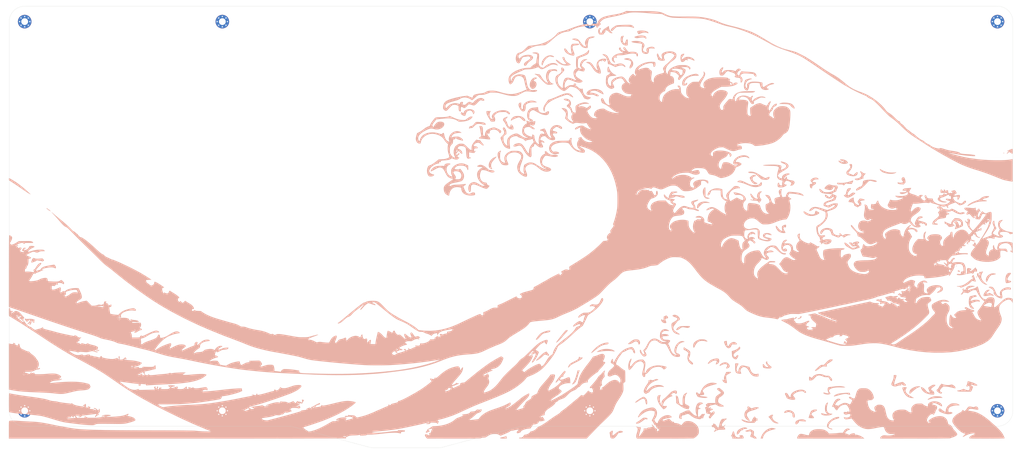
<source format=kicad_pcb>
(kicad_pcb (version 20211014) (generator pcbnew)
  (layers (0 "F.Cu" signal) (31 "B.Cu" signal) (34 "B.Paste" user) (35 "F.Paste" user) (36 "B.SilkS" user "B.Silkscreen") (37 "F.SilkS" user "F.Silkscreen") (38 "B.Mask" user) (39 "F.Mask" user) (44 "Edge.Cuts" user))
  (net 0 "")
  (net 1 "GND")
  (footprint "keyboard:MountingHole_2.2mm_M2_Pad_Via" (layer "F.Cu") (at 61.89 81.232)
    (fp_text reference "MountBaseMiddleTop1" hide)
    (fp_text value "MountingHole")
    (pad "1" thru_hole circle locked (at 1.65 0) (size 0.7 0.7) (drill 0.4) (layers *.Cu *.Mask))
    (pad "1" thru_hole circle locked (at -1.166726 1.166726) (size 0.7 0.7) (drill 0.4) (layers *.Cu *.Mask))
    (pad "1" thru_hole circle locked (at 0 1.65) (size 0.7 0.7) (drill 0.4) (layers *.Cu *.Mask))
    (pad "1" thru_hole circle locked (at 1.166726 -1.166726) (size 0.7 0.7) (drill 0.4) (layers *.Cu *.Mask))
    (pad "1" thru_hole circle locked (at 1.166726 1.166726) (size 0.7 0.7) (drill 0.4) (layers *.Cu *.Mask))
    (pad "1" thru_hole circle locked (at 0 0) (size 4.4 4.4) (drill 2.2) (layers *.Cu *.Mask))
    (pad "1" thru_hole circle locked (at -1.65 0) (size 0.7 0.7) (drill 0.4) (layers *.Cu *.Mask))
    (pad "1" thru_hole circle locked (at -1.166726 -1.166726) (size 0.7 0.7) (drill 0.4) (layers *.Cu *.Mask))
    (pad "1" thru_hole circle locked (at 0 -1.65) (size 0.7 0.7) (drill 0.4) (layers *.Cu *.Mask))
  )
  (footprint "keyboard:MountingHole_2.2mm_M2_Pad_Via" (layer "F.Cu") (at 61.89 207.232)
    (fp_text reference "MountBaseMiddleTop2" hide)
    (fp_text value "MountingHole")
    (pad "1" thru_hole circle locked (at -1.166726 -1.166726) (size 0.7 0.7) (drill 0.4) (layers *.Cu *.Mask))
    (pad "1" thru_hole circle locked (at -1.166726 1.166726) (size 0.7 0.7) (drill 0.4) (layers *.Cu *.Mask))
    (pad "1" thru_hole circle locked (at 1.166726 -1.166726) (size 0.7 0.7) (drill 0.4) (layers *.Cu *.Mask))
    (pad "1" thru_hole circle locked (at 0 0) (size 4.4 4.4) (drill 2.2) (layers *.Cu *.Mask))
    (pad "1" thru_hole circle locked (at 0 1.65) (size 0.7 0.7) (drill 0.4) (layers *.Cu *.Mask))
    (pad "1" thru_hole circle locked (at 1.65 0) (size 0.7 0.7) (drill 0.4) (layers *.Cu *.Mask))
    (pad "1" thru_hole circle locked (at 0 -1.65) (size 0.7 0.7) (drill 0.4) (layers *.Cu *.Mask))
    (pad "1" thru_hole circle locked (at 1.166726 1.166726) (size 0.7 0.7) (drill 0.4) (layers *.Cu *.Mask))
    (pad "1" thru_hole circle locked (at -1.65 0) (size 0.7 0.7) (drill 0.4) (layers *.Cu *.Mask))
  )
  (footprint "keyboard:MountingHole_2.2mm_M2_Pad_Via" (layer "F.Cu") (at 244.89 81.232)
    (fp_text reference "MountBaseMiddleTop5" hide)
    (fp_text value "MountingHole")
    (pad "1" thru_hole circle locked (at -1.166726 1.166726) (size 0.7 0.7) (drill 0.4) (layers *.Cu *.Mask))
    (pad "1" thru_hole circle locked (at 0 0) (size 4.4 4.4) (drill 2.2) (layers *.Cu *.Mask))
    (pad "1" thru_hole circle locked (at 1.166726 -1.166726) (size 0.7 0.7) (drill 0.4) (layers *.Cu *.Mask))
    (pad "1" thru_hole circle locked (at 1.166726 1.166726) (size 0.7 0.7) (drill 0.4) (layers *.Cu *.Mask))
    (pad "1" thru_hole circle locked (at 1.65 0) (size 0.7 0.7) (drill 0.4) (layers *.Cu *.Mask))
    (pad "1" thru_hole circle locked (at -1.166726 -1.166726) (size 0.7 0.7) (drill 0.4) (layers *.Cu *.Mask))
    (pad "1" thru_hole circle locked (at 0 1.65) (size 0.7 0.7) (drill 0.4) (layers *.Cu *.Mask))
    (pad "1" thru_hole circle locked (at -1.65 0) (size 0.7 0.7) (drill 0.4) (layers *.Cu *.Mask))
    (pad "1" thru_hole circle locked (at 0 -1.65) (size 0.7 0.7) (drill 0.4) (layers *.Cu *.Mask))
  )
  (footprint "keyboard:MountingHole_2.2mm_M2_Pad_Via" (layer "F.Cu") (at 244.89 207.232)
    (fp_text reference "MountBaseMiddleTop6" hide)
    (fp_text value "MountingHole")
    (pad "1" thru_hole circle locked (at 0 0) (size 4.4 4.4) (drill 2.2) (layers *.Cu *.Mask))
    (pad "1" thru_hole circle locked (at -1.65 0) (size 0.7 0.7) (drill 0.4) (layers *.Cu *.Mask))
    (pad "1" thru_hole circle locked (at 0 1.65) (size 0.7 0.7) (drill 0.4) (layers *.Cu *.Mask))
    (pad "1" thru_hole circle locked (at -1.166726 1.166726) (size 0.7 0.7) (drill 0.4) (layers *.Cu *.Mask))
    (pad "1" thru_hole circle locked (at -1.166726 -1.166726) (size 0.7 0.7) (drill 0.4) (layers *.Cu *.Mask))
    (pad "1" thru_hole circle locked (at 1.166726 -1.166726) (size 0.7 0.7) (drill 0.4) (layers *.Cu *.Mask))
    (pad "1" thru_hole circle locked (at 1.65 0) (size 0.7 0.7) (drill 0.4) (layers *.Cu *.Mask))
    (pad "1" thru_hole circle locked (at 1.166726 1.166726) (size 0.7 0.7) (drill 0.4) (layers *.Cu *.Mask))
    (pad "1" thru_hole circle locked (at 0 -1.65) (size 0.7 0.7) (drill 0.4) (layers *.Cu *.Mask))
  )
  (footprint "keyboard:MountingHole_2.2mm_M2_Pad_Via" (layer "F.Cu") (at 376.89 207.232)
    (fp_text reference "MountBaseMiddleTop8" hide)
    (fp_text value "MountingHole")
    (pad "1" thru_hole circle locked (at 0 -1.65) (size 0.7 0.7) (drill 0.4) (layers *.Cu *.Mask))
    (pad "1" thru_hole circle locked (at -1.166726 -1.166726) (size 0.7 0.7) (drill 0.4) (layers *.Cu *.Mask))
    (pad "1" thru_hole circle locked (at 0 1.65) (size 0.7 0.7) (drill 0.4) (layers *.Cu *.Mask))
    (pad "1" thru_hole circle locked (at 1.65 0) (size 0.7 0.7) (drill 0.4) (layers *.Cu *.Mask))
    (pad "1" thru_hole circle locked (at -1.65 0) (size 0.7 0.7) (drill 0.4) (layers *.Cu *.Mask))
    (pad "1" thru_hole circle locked (at 0 0) (size 4.4 4.4) (drill 2.2) (layers *.Cu *.Mask))
    (pad "1" thru_hole circle locked (at -1.166726 1.166726) (size 0.7 0.7) (drill 0.4) (layers *.Cu *.Mask))
    (pad "1" thru_hole circle locked (at 1.166726 1.166726) (size 0.7 0.7) (drill 0.4) (layers *.Cu *.Mask))
    (pad "1" thru_hole circle locked (at 1.166726 -1.166726) (size 0.7 0.7) (drill 0.4) (layers *.Cu *.Mask))
  )
  (footprint "keyboard:MountingHole_2.2mm_M2_Pad_Via" (layer "F.Cu") (at 376.89 81.232)
    (fp_text reference "MountBaseMiddleTop7" hide)
    (fp_text value "MountingHole")
    (pad "1" thru_hole circle locked (at 0 -1.65) (size 0.7 0.7) (drill 0.4) (layers *.Cu *.Mask))
    (pad "1" thru_hole circle locked (at 1.65 0) (size 0.7 0.7) (drill 0.4) (layers *.Cu *.Mask))
    (pad "1" thru_hole circle locked (at 0 1.65) (size 0.7 0.7) (drill 0.4) (layers *.Cu *.Mask))
    (pad "1" thru_hole circle locked (at -1.166726 -1.166726) (size 0.7 0.7) (drill 0.4) (layers *.Cu *.Mask))
    (pad "1" thru_hole circle locked (at 1.166726 -1.166726) (size 0.7 0.7) (drill 0.4) (layers *.Cu *.Mask))
    (pad "1" thru_hole circle locked (at 0 0) (size 4.4 4.4) (drill 2.2) (layers *.Cu *.Mask))
    (pad "1" thru_hole circle locked (at -1.166726 1.166726) (size 0.7 0.7) (drill 0.4) (layers *.Cu *.Mask))
    (pad "1" thru_hole circle locked (at 1.166726 1.166726) (size 0.7 0.7) (drill 0.4) (layers *.Cu *.Mask))
    (pad "1" thru_hole circle locked (at -1.65 0) (size 0.7 0.7) (drill 0.4) (layers *.Cu *.Mask))
  )
  (footprint "keyboard:MountingHole_2.2mm_M2_Pad_Via" (layer "F.Cu") (at 125.89 207.232)
    (fp_text reference "MountBaseMiddleTop4" hide)
    (fp_text value "MountingHole")
    (pad "1" thru_hole circle locked (at 0 1.65) (size 0.7 0.7) (drill 0.4) (layers *.Cu *.Mask))
    (pad "1" thru_hole circle locked (at 0 0) (size 4.4 4.4) (drill 2.2) (layers *.Cu *.Mask))
    (pad "1" thru_hole circle locked (at -1.166726 1.166726) (size 0.7 0.7) (drill 0.4) (layers *.Cu *.Mask))
    (pad "1" thru_hole circle locked (at 1.166726 -1.166726) (size 0.7 0.7) (drill 0.4) (layers *.Cu *.Mask))
    (pad "1" thru_hole circle locked (at -1.65 0) (size 0.7 0.7) (drill 0.4) (layers *.Cu *.Mask))
    (pad "1" thru_hole circle locked (at 0 -1.65) (size 0.7 0.7) (drill 0.4) (layers *.Cu *.Mask))
    (pad "1" thru_hole circle locked (at 1.65 0) (size 0.7 0.7) (drill 0.4) (layers *.Cu *.Mask))
    (pad "1" thru_hole circle locked (at 1.166726 1.166726) (size 0.7 0.7) (drill 0.4) (layers *.Cu *.Mask))
    (pad "1" thru_hole circle locked (at -1.166726 -1.166726) (size 0.7 0.7) (drill 0.4) (layers *.Cu *.Mask))
  )
  (footprint "keyboard:MountingHole_2.2mm_M2_Pad_Via" (layer "F.Cu") (at 125.89 81.232)
    (fp_text reference "MountBaseMiddleTop3" hide)
    (fp_text value "MountingHole")
    (pad "1" thru_hole circle locked (at -1.65 0) (size 0.7 0.7) (drill 0.4) (layers *.Cu *.Mask))
    (pad "1" thru_hole circle locked (at 1.65 0) (size 0.7 0.7) (drill 0.4) (layers *.Cu *.Mask))
    (pad "1" thru_hole circle locked (at -1.166726 -1.166726) (size 0.7 0.7) (drill 0.4) (layers *.Cu *.Mask))
    (pad "1" thru_hole circle locked (at 0 -1.65) (size 0.7 0.7) (drill 0.4) (layers *.Cu *.Mask))
    (pad "1" thru_hole circle locked (at -1.166726 1.166726) (size 0.7 0.7) (drill 0.4) (layers *.Cu *.Mask))
    (pad "1" thru_hole circle locked (at 1.166726 1.166726) (size 0.7 0.7) (drill 0.4) (layers *.Cu *.Mask))
    (pad "1" thru_hole circle locked (at 0 0) (size 4.4 4.4) (drill 2.2) (layers *.Cu *.Mask))
    (pad "1" thru_hole circle locked (at 0 1.65) (size 0.7 0.7) (drill 0.4) (layers *.Cu *.Mask))
    (pad "1" thru_hole circle locked (at 1.166726 -1.166726) (size 0.7 0.7) (drill 0.4) (layers *.Cu *.Mask))
  )
  (footprint "keyboard:hokusai" (layer "B.Cu") (at 219.33 146.222 180)
    (fp_text reference "LogoBase1" hide)
    (fp_text value "LOGO" hide)
  )
  (gr_line (start 376.89 76.232) (end 61.89 76.232) (layer "Edge.Cuts") (width 0.05))
  (gr_arc (start 61.89 212.232) (mid 58.354466 210.767534) (end 56.89 207.232) (layer "Edge.Cuts") (width 0.05))
  (gr_arc (start 381.89 207.232) (mid 380.425534 210.767534) (end 376.89 212.232) (layer "Edge.Cuts") (width 0.05))
  (gr_arc (start 376.89 76.232) (mid 380.425534 77.696466) (end 381.89 81.232) (layer "Edge.Cuts") (width 0.05))
  (gr_line (start 381.89 207.232) (end 381.89 81.232) (layer "Edge.Cuts") (width 0.05))
  (gr_line (start 174.178012 219.232) (end 196.489483 219.232) (layer "Edge.Cuts") (width 0.05))
  (gr_line (start 376.89 212.232) (end 236.7994 212.232) (layer "Edge.Cuts") (width 0.05))
  (gr_line (start 196.489483 219.232) (end 222.613839 212.232) (layer "Edge.Cuts") (width 0.05))
  (gr_line (start 56.89 81.232) (end 56.89 207.232) (layer "Edge.Cuts") (width 0.05))
  (gr_line (start 61.89 212.232) (end 148.053656 212.232) (layer "Edge.Cuts") (width 0.05))
  (gr_line (start 148.053656 212.232) (end 174.178012 219.232) (layer "Edge.Cuts") (width 0.05))
  (gr_arc (start 56.889999 81.232001) (mid 58.354465 77.696466) (end 61.89 76.232) (layer "Edge.Cuts") (width 0.05))
  (gr_line (start 236.7994 212.232) (end 222.613839 212.232) (layer "Edge.Cuts") (width 0.05))
)
</source>
